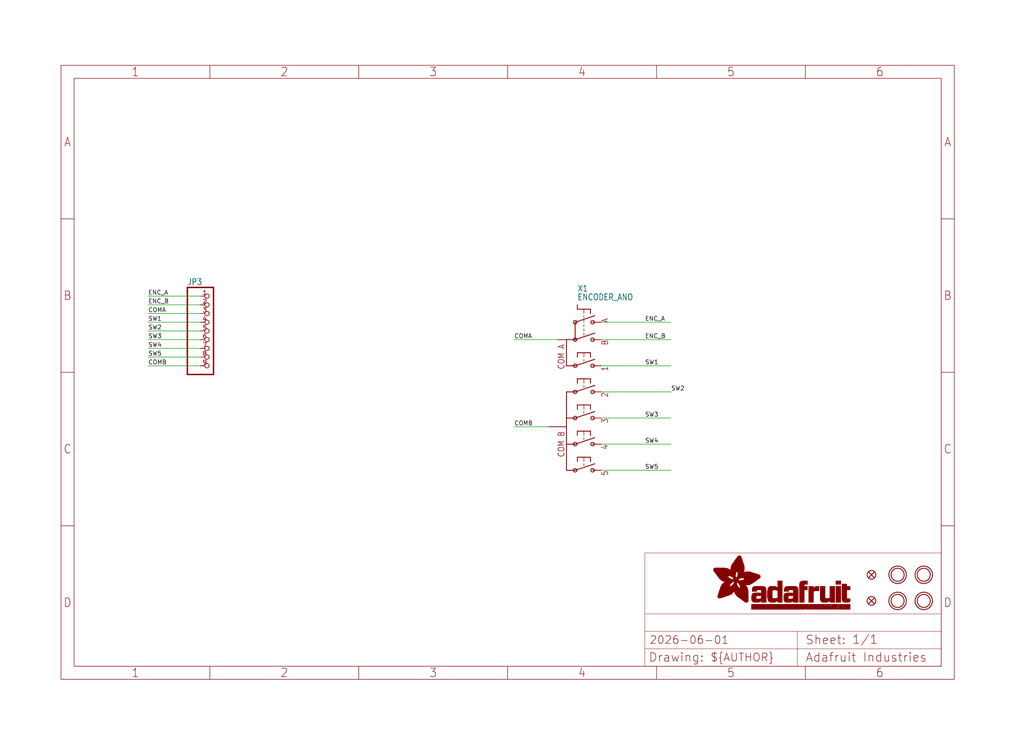
<source format=kicad_sch>
(kicad_sch (version 20231120) (generator "eeschema") (generator_version "8.0")
  (paper "User" 298.45 217.322)
  (lib_symbols
    (symbol "Adafruit ANO Rotary Encoder Breakout-eagle-import:ENCODER_ANO"
      (property "Reference" "X" (at -1.905 13.97 0))
      (symbol "ENCODER_ANO_1_0"
        (text "1" (at 5.08 -7.62 900) (effects (font (size 1.778 1.5113)) (justify right top)))
        (text "2" (at 5.08 -15.24 900) (effects (font (size 1.778 1.5113)) (justify right top)))
        (text "3" (at 5.08 -22.86 900) (effects (font (size 1.778 1.5113)) (justify right top)))
        (text "4" (at 5.08 -30.48 900) (effects (font (size 1.778 1.5113)) (justify right top)))
        (text "5" (at 5.08 -38.1 900) (effects (font (size 1.778 1.5113)) (justify right top)))
        (text "A" (at 5.08 6.35 900) (effects (font (size 1.778 1.5113)) (justify right top)))
        (text "B" (at 5.08 0 900) (effects (font (size 1.778 1.5113)) (justify right top)))
        (text "COM A" (at -7.62 -1.27 900) (effects (font (size 1.778 1.5113)) (justify right top)))
        (text "COM B" (at -7.62 -26.67 900) (effects (font (size 1.778 1.5113)) (justify right top)))
        (pin passive line (at 5.08 5.08 180) (length 2.54) (name "A") (number "A"))
        (pin passive line (at 5.08 0 180) (length 2.54) (name "B") (number "B"))
        (pin passive line (at -7.62 0 0) (length 2.54) (name "COMA") (number "COM_A"))
        (pin passive line (at -10.16 -25.4 0) (length 5.08) (name "COM_B") (number "COM_B"))
        (pin passive line (at 5.08 -7.62 180) (length 2.54) (name "1") (number "S1"))
        (pin passive line (at 5.08 -15.24 180) (length 2.54) (name "S2") (number "S2"))
        (pin passive line (at 5.08 -22.86 180) (length 2.54) (name "S3") (number "S3"))
        (pin passive line (at 5.08 -30.48 180) (length 2.54) (name "S4") (number "S4"))
        (pin passive line (at 5.08 -38.1 180) (length 2.54) (name "S5") (number "S5"))
      )
    )
    (symbol "Adafruit ANO Rotary Encoder Breakout-eagle-import:FIDUCIAL_1MM")
    (symbol "Adafruit ANO Rotary Encoder Breakout-eagle-import:FRAME_A4_ADAFRUIT"
      (symbol "FRAME_A4_ADAFRUIT_1_0"
        (text "${#}/${##}" (at 230.505 10.16 0) (effects (font (size 2.54 2.54)) (justify left bottom)))
        (text "${AUTHOR}" (at 189.23 5.08 0) (effects (font (size 2.286 2.286)) (justify left bottom)))
        (text "${CURRENT_DATE}" (at 171.45 10.16 0) (effects (font (size 2.286 2.286)) (justify left bottom)))
        (text "${PROJECTNAME}" (at 171.45 15.24 0) (effects (font (size 2.54 2.54)) (justify left bottom)))
        (text "1" (at 21.6958 1.905 0) (effects (font (size 2.54 2.286))))
        (text "1" (at 21.6958 177.165 0) (effects (font (size 2.54 2.286))))
        (text "2" (at 65.0875 1.905 0) (effects (font (size 2.54 2.286))))
        (text "2" (at 65.0875 177.165 0) (effects (font (size 2.54 2.286))))
        (text "3" (at 108.4792 1.905 0) (effects (font (size 2.54 2.286))))
        (text "3" (at 108.4792 177.165 0) (effects (font (size 2.54 2.286))))
        (text "4" (at 151.8708 1.905 0) (effects (font (size 2.54 2.286))))
        (text "4" (at 151.8708 177.165 0) (effects (font (size 2.54 2.286))))
        (text "5" (at 195.2625 1.905 0) (effects (font (size 2.54 2.286))))
        (text "5" (at 195.2625 177.165 0) (effects (font (size 2.54 2.286))))
        (text "6" (at 238.6542 1.905 0) (effects (font (size 2.54 2.286))))
        (text "6" (at 238.6542 177.165 0) (effects (font (size 2.54 2.286))))
        (text "A" (at 1.905 156.6863 0) (effects (font (size 2.54 2.286))))
        (text "A" (at 258.445 156.6863 0) (effects (font (size 2.54 2.286))))
        (text "Adafruit Industries" (at 216.916 4.953 0) (effects (font (size 2.54 2.54)) (justify left bottom)))
        (text "B" (at 1.905 111.9188 0) (effects (font (size 2.54 2.286))))
        (text "B" (at 258.445 111.9188 0) (effects (font (size 2.54 2.286))))
        (text "C" (at 1.905 67.1513 0) (effects (font (size 2.54 2.286))))
        (text "C" (at 258.445 67.1513 0) (effects (font (size 2.54 2.286))))
        (text "D" (at 1.905 22.3838 0) (effects (font (size 2.54 2.286))))
        (text "D" (at 258.445 22.3838 0) (effects (font (size 2.54 2.286))))
        (text "Drawing:" (at 171.196 4.953 0) (effects (font (size 2.54 2.54)) (justify left bottom)))
        (text "Sheet:" (at 216.916 10.033 0) (effects (font (size 2.54 2.54)) (justify left bottom)))
      )
    )
    (symbol "Adafruit ANO Rotary Encoder Breakout-eagle-import:HEADER-1X970MIL"
      (property "Reference" "JP" (at -6.35 13.335 0))
      (symbol "HEADER-1X970MIL_1_0"
        (pin passive inverted (at -2.54 10.16 0) (length 2.54) (name "1") (number "1"))
        (pin passive inverted (at -2.54 7.62 0) (length 2.54) (name "2") (number "2"))
        (pin passive inverted (at -2.54 5.08 0) (length 2.54) (name "3") (number "3"))
        (pin passive inverted (at -2.54 2.54 0) (length 2.54) (name "4") (number "4"))
        (pin passive inverted (at -2.54 0 0) (length 2.54) (name "5") (number "5"))
        (pin passive inverted (at -2.54 -2.54 0) (length 2.54) (name "6") (number "6"))
        (pin passive inverted (at -2.54 -5.08 0) (length 2.54) (name "7") (number "7"))
        (pin passive inverted (at -2.54 -7.62 0) (length 2.54) (name "8") (number "8"))
        (pin passive inverted (at -2.54 -10.16 0) (length 2.54) (name "9") (number "9"))
      )
    )
    (symbol "Adafruit ANO Rotary Encoder Breakout-eagle-import:MOUNTINGHOLE2.5")
  )
  (wire (pts (xy 43.18 96.52) (xy 58.42 96.52)) (stroke (width 0.1524)))
  (wire (pts (xy 58.42 88.9) (xy 43.18 88.9)) (stroke (width 0.1524)))
  (wire (pts (xy 43.18 101.6) (xy 58.42 101.6)) (stroke (width 0.1524)))
  (wire (pts (xy 149.86 124.46) (xy 160.02 124.46)) (stroke (width 0.1524)))
  (wire (pts (xy 43.18 99.06) (xy 58.42 99.06)) (stroke (width 0.1524)))
  (wire (pts (xy 175.26 93.98) (xy 195.58 93.98)) (stroke (width 0.1524)))
  (wire (pts (xy 43.18 91.44) (xy 58.42 91.44)) (stroke (width 0.1524)))
  (wire (pts (xy 175.26 121.92) (xy 195.58 121.92)) (stroke (width 0.1524)))
  (wire (pts (xy 175.26 137.16) (xy 195.58 137.16)) (stroke (width 0.1524)))
  (wire (pts (xy 58.42 93.98) (xy 43.18 93.98)) (stroke (width 0.1524)))
  (wire (pts (xy 162.56 99.06) (xy 149.86 99.06)) (stroke (width 0.1524)))
  (wire (pts (xy 58.42 86.36) (xy 43.18 86.36)) (stroke (width 0.1524)))
  (wire (pts (xy 195.58 114.3) (xy 175.26 114.3)) (stroke (width 0.1524)))
  (wire (pts (xy 195.58 129.54) (xy 175.26 129.54)) (stroke (width 0.1524)))
  (wire (pts (xy 43.18 106.68) (xy 58.42 106.68)) (stroke (width 0.1524)))
  (wire (pts (xy 175.26 106.68) (xy 195.58 106.68)) (stroke (width 0.1524)))
  (wire (pts (xy 58.42 104.14) (xy 43.18 104.14)) (stroke (width 0.1524)))
  (wire (pts (xy 195.58 99.06) (xy 175.26 99.06)) (stroke (width 0.1524)))
  (label "ENC_B" (at 187.96 99.06 0) (effects (font (size 1.2446 1.2446))))
  (label "ENC_A" (at 43.18 86.36 0) (effects (font (size 1.2446 1.2446))))
  (label "COMA" (at 43.18 91.44 0) (effects (font (size 1.2446 1.2446))))
  (label "COMA" (at 149.86 99.06 0) (effects (font (size 1.2446 1.2446))))
  (label "SW3" (at 187.96 121.92 0) (effects (font (size 1.2446 1.2446))))
  (label "ENC_B" (at 43.18 88.9 0) (effects (font (size 1.2446 1.2446))))
  (label "SW2" (at 195.58 114.3 0) (effects (font (size 1.2446 1.2446))))
  (label "SW5" (at 187.96 137.16 0) (effects (font (size 1.2446 1.2446))))
  (label "SW1" (at 187.96 106.68 0) (effects (font (size 1.2446 1.2446))))
  (label "SW4" (at 43.18 101.6 0) (effects (font (size 1.2446 1.2446))))
  (label "SW4" (at 187.96 129.54 0) (effects (font (size 1.2446 1.2446))))
  (label "SW3" (at 43.18 99.06 0) (effects (font (size 1.2446 1.2446))))
  (label "SW1" (at 43.18 93.98 0) (effects (font (size 1.2446 1.2446))))
  (label "ENC_A" (at 187.96 93.98 0) (effects (font (size 1.2446 1.2446))))
  (label "SW2" (at 43.18 96.52 0) (effects (font (size 1.2446 1.2446))))
  (label "COMB" (at 43.18 106.68 0) (effects (font (size 1.2446 1.2446))))
  (label "SW5" (at 43.18 104.14 0) (effects (font (size 1.2446 1.2446))))
  (label "COMB" (at 149.86 124.46 0) (effects (font (size 1.2446 1.2446))))
  (symbol (lib_id "Adafruit ANO Rotary Encoder Breakout-eagle-import:MOUNTINGHOLE2.5") (at 261.62 175.26 0) (unit 1)
    (property "Reference" "U$25" (effects (hide yes)))
    (property "Value" "MOUNTINGHOLE2.5" (effects (hide yes)))
    (property "Footprint" "Adafruit ANO Rotary Encoder Breakout:MOUNTINGHOLE_2.5_PLATED" (effects (hide yes)))
  )
  (symbol (lib_id "Adafruit ANO Rotary Encoder Breakout-eagle-import:MOUNTINGHOLE2.5") (at 261.62 167.64 0) (unit 1)
    (property "Reference" "U$27" (effects (hide yes)))
    (property "Value" "MOUNTINGHOLE2.5" (effects (hide yes)))
    (property "Footprint" "Adafruit ANO Rotary Encoder Breakout:MOUNTINGHOLE_2.5_PLATED" (effects (hide yes)))
  )
  (symbol (lib_id "Adafruit ANO Rotary Encoder Breakout-eagle-import:MOUNTINGHOLE2.5") (at 269.24 167.64 0) (unit 1)
    (property "Reference" "U$29" (effects (hide yes)))
    (property "Value" "MOUNTINGHOLE2.5" (effects (hide yes)))
    (property "Footprint" "Adafruit ANO Rotary Encoder Breakout:MOUNTINGHOLE_2.5_PLATED" (effects (hide yes)))
  )
  (symbol (lib_id "Adafruit ANO Rotary Encoder Breakout-eagle-import:ENCODER_ANO") (at 170.18 99.06 0) (unit 1)
    (property "Reference" "X1" (at 168.275 85.09 0) (effects (font (size 1.778 1.5113)) (justify left bottom)))
    (property "Value" "ENCODER_ANO" (at 168.275 87.63 0) (effects (font (size 1.778 1.5113)) (justify left bottom)))
    (property "Footprint" "Adafruit ANO Rotary Encoder Breakout:ENCODER_ANO" (effects (hide yes)))
  )
  (symbol (lib_id "Adafruit ANO Rotary Encoder Breakout-eagle-import:MOUNTINGHOLE2.5") (at 269.24 175.26 0) (unit 1)
    (property "Reference" "U$30" (effects (hide yes)))
    (property "Value" "MOUNTINGHOLE2.5" (effects (hide yes)))
    (property "Footprint" "Adafruit ANO Rotary Encoder Breakout:MOUNTINGHOLE_2.5_PLATED" (effects (hide yes)))
  )
  (symbol (lib_id "Adafruit ANO Rotary Encoder Breakout-eagle-import:FIDUCIAL_1MM") (at 254 175.26 0) (unit 1)
    (property "Reference" "FID3" (effects (hide yes)))
    (property "Value" "FIDUCIAL_1MM" (effects (hide yes)))
    (property "Footprint" "Adafruit ANO Rotary Encoder Breakout:FIDUCIAL_1MM" (effects (hide yes)))
  )
  (symbol (lib_id "Adafruit ANO Rotary Encoder Breakout-eagle-import:HEADER-1X970MIL") (at 60.96 96.52 0) (unit 1)
    (property "Reference" "JP3" (at 54.61 83.185 0) (effects (font (size 1.778 1.5113)) (justify left bottom)))
    (property "Value" "HEADER-1X970MIL" (effects (hide yes)))
    (property "Footprint" "Adafruit ANO Rotary Encoder Breakout:1X09_ROUND_70" (effects (hide yes)))
  )
  (symbol (lib_id "Adafruit ANO Rotary Encoder Breakout-eagle-import:FRAME_A4_ADAFRUIT") (at 17.78 198.12 0) (unit 1)
    (property "Reference" "#U$28" (effects (hide yes)))
    (property "Value" "FRAME_A4_ADAFRUIT" (effects (hide yes)))
  )
  (symbol (lib_id "Adafruit ANO Rotary Encoder Breakout-eagle-import:FIDUCIAL_1MM") (at 254 167.64 0) (unit 1)
    (property "Reference" "FID4" (effects (hide yes)))
    (property "Value" "FIDUCIAL_1MM" (effects (hide yes)))
    (property "Footprint" "Adafruit ANO Rotary Encoder Breakout:FIDUCIAL_1MM" (effects (hide yes)))
  )
)
</source>
